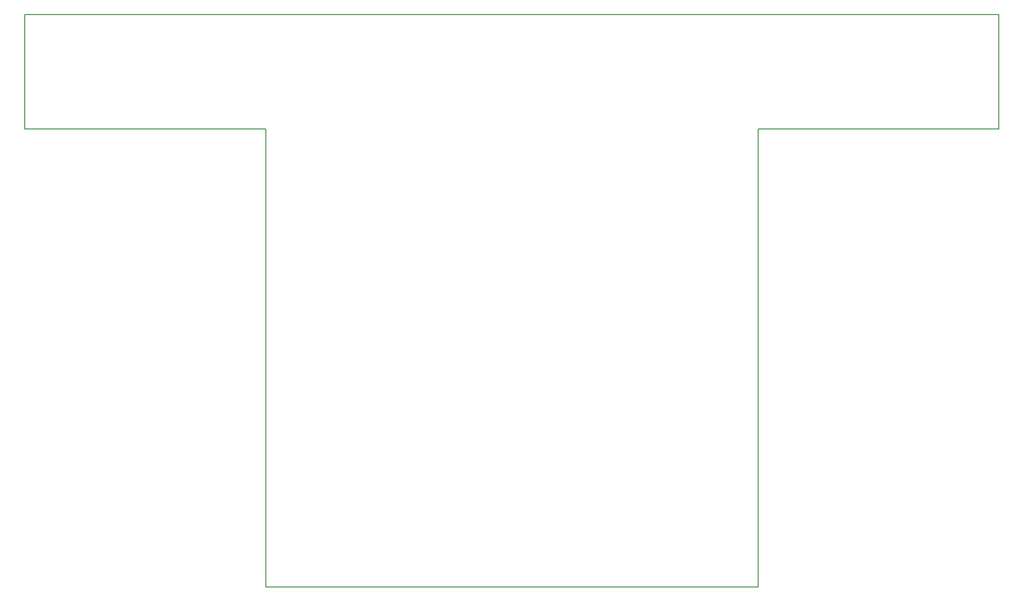
<source format=gbr>
G04 PROTEUS GERBER X2 FILE*
%TF.GenerationSoftware,Labcenter,Proteus,8.11-SP0-Build30052*%
%TF.CreationDate,2024-03-04T06:39:40+00:00*%
%TF.FileFunction,NonPlated,1,2,NPTH*%
%TF.FilePolarity,Positive*%
%TF.Part,Single*%
%TF.SameCoordinates,{347c642e-2b0e-48e9-919d-a538f2e8b90d}*%
%FSLAX45Y45*%
%MOMM*%
G01*
%TA.AperFunction,Profile*%
%ADD17C,0.203200*%
%TD.AperFunction*%
D17*
X+4800000Y+9200000D02*
X+21800000Y+9200000D01*
X+21800000Y+7200000D01*
X+4800000Y+9200000D02*
X+4800000Y+7200000D01*
X+9000000Y+7200000D01*
X+21800000Y+7200000D02*
X+17600000Y+7200000D01*
X+17600000Y-800000D01*
X+9000000Y+7200000D02*
X+9000000Y-800000D01*
X+17600000Y-800000D01*
M02*

</source>
